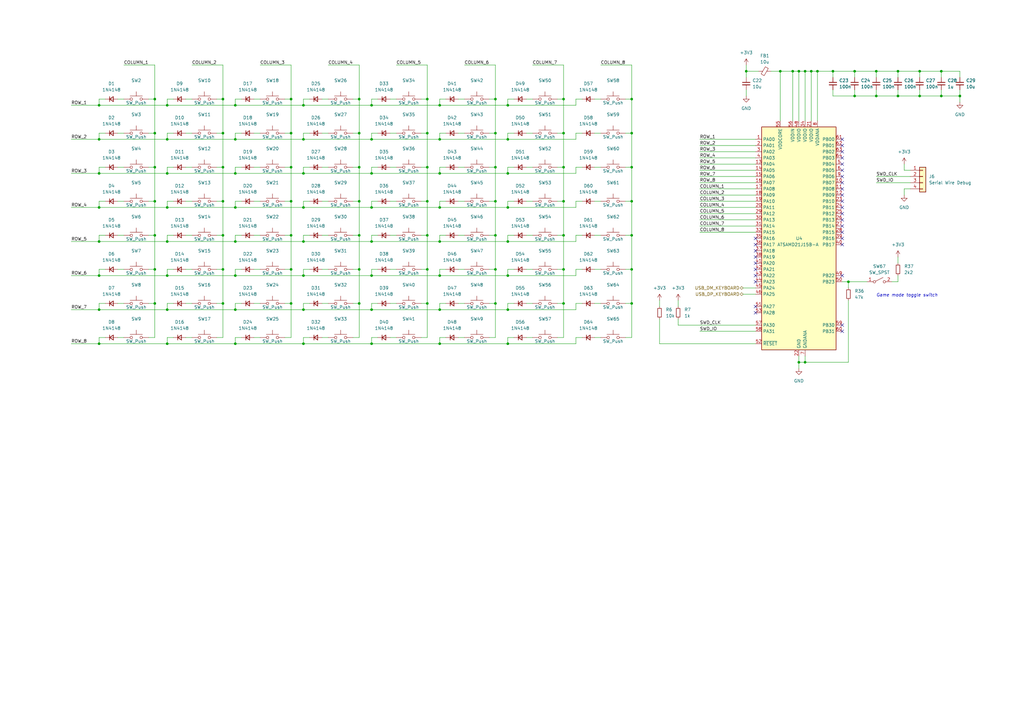
<source format=kicad_sch>
(kicad_sch (version 20211123) (generator eeschema)
  (paper "A3")
  (title_block (title "Fasanvej") (date "22.2.2022") (rev "1") (company "RISRES Ristila Research") (comment 1 "A handheld Linux computer designed by") (comment 4 "USB keyboard interface"))
  (junction (at 175.26 96.52))
  (junction (at 124.46 43.18))
  (junction (at 203.2 110.49))
  (junction (at 63.5 124.46))
  (junction (at 259.08 110.49))
  (junction (at 40.64 71.12))
  (junction (at 259.08 124.46))
  (junction (at 96.52 127))
  (junction (at 40.64 127))
  (junction (at 231.14 124.46))
  (junction (at 175.26 68.58))
  (junction (at 147.32 96.52))
  (junction (at 152.4 127))
  (junction (at 175.26 40.64))
  (junction (at 175.26 110.49))
  (junction (at 152.4 71.12))
  (junction (at 350.52 29.21))
  (junction (at 96.52 43.18))
  (junction (at 63.5 68.58))
  (junction (at 203.2 68.58))
  (junction (at 325.12 29.21))
  (junction (at 40.64 43.18))
  (junction (at 147.32 54.61))
  (junction (at 124.46 140.97))
  (junction (at 124.46 113.03))
  (junction (at 330.2 148.59))
  (junction (at 259.08 40.64))
  (junction (at 341.63 29.21))
  (junction (at 96.52 85.09))
  (junction (at 386.08 39.37))
  (junction (at 180.34 71.12))
  (junction (at 40.64 99.06))
  (junction (at 119.38 40.64))
  (junction (at 96.52 57.15))
  (junction (at 208.28 127))
  (junction (at 124.46 99.06))
  (junction (at 335.28 29.21))
  (junction (at 40.64 140.97))
  (junction (at 40.64 85.09))
  (junction (at 91.44 82.55))
  (junction (at 203.2 96.52))
  (junction (at 63.5 54.61))
  (junction (at 119.38 110.49))
  (junction (at 332.74 29.21))
  (junction (at 327.66 148.59))
  (junction (at 152.4 140.97))
  (junction (at 96.52 113.03))
  (junction (at 208.28 85.09))
  (junction (at 91.44 110.49))
  (junction (at 68.58 113.03))
  (junction (at 393.7 39.37))
  (junction (at 68.58 85.09))
  (junction (at 68.58 127))
  (junction (at 386.08 29.21))
  (junction (at 91.44 40.64))
  (junction (at 119.38 82.55))
  (junction (at 96.52 140.97))
  (junction (at 152.4 99.06))
  (junction (at 368.3 39.37))
  (junction (at 124.46 71.12))
  (junction (at 327.66 29.21))
  (junction (at 368.3 29.21))
  (junction (at 203.2 124.46))
  (junction (at 320.04 29.21))
  (junction (at 152.4 43.18))
  (junction (at 119.38 124.46))
  (junction (at 147.32 110.49))
  (junction (at 63.5 40.64))
  (junction (at 124.46 127))
  (junction (at 152.4 57.15))
  (junction (at 68.58 140.97))
  (junction (at 208.28 140.97))
  (junction (at 208.28 71.12))
  (junction (at 124.46 85.09))
  (junction (at 180.34 85.09))
  (junction (at 231.14 54.61))
  (junction (at 231.14 68.58))
  (junction (at 175.26 82.55))
  (junction (at 68.58 43.18))
  (junction (at 175.26 54.61))
  (junction (at 208.28 99.06))
  (junction (at 330.2 29.21))
  (junction (at 231.14 110.49))
  (junction (at 68.58 71.12))
  (junction (at 124.46 57.15))
  (junction (at 91.44 54.61))
  (junction (at 91.44 68.58))
  (junction (at 63.5 96.52))
  (junction (at 119.38 54.61))
  (junction (at 68.58 57.15))
  (junction (at 377.19 39.37))
  (junction (at 347.98 115.57))
  (junction (at 359.41 39.37))
  (junction (at 259.08 82.55))
  (junction (at 203.2 40.64))
  (junction (at 259.08 68.58))
  (junction (at 259.08 54.61))
  (junction (at 180.34 140.97))
  (junction (at 180.34 99.06))
  (junction (at 96.52 71.12))
  (junction (at 231.14 40.64))
  (junction (at 91.44 96.52))
  (junction (at 40.64 57.15))
  (junction (at 180.34 57.15))
  (junction (at 259.08 96.52))
  (junction (at 91.44 124.46))
  (junction (at 96.52 99.06))
  (junction (at 231.14 96.52))
  (junction (at 203.2 54.61))
  (junction (at 180.34 43.18))
  (junction (at 208.28 43.18))
  (junction (at 147.32 40.64))
  (junction (at 152.4 85.09))
  (junction (at 306.07 29.21))
  (junction (at 147.32 68.58))
  (junction (at 377.19 29.21))
  (junction (at 359.41 29.21))
  (junction (at 63.5 82.55))
  (junction (at 68.58 99.06))
  (junction (at 147.32 124.46))
  (junction (at 180.34 127))
  (junction (at 40.64 113.03))
  (junction (at 208.28 57.15))
  (junction (at 63.5 110.49))
  (junction (at 147.32 82.55))
  (junction (at 175.26 124.46))
  (junction (at 119.38 68.58))
  (junction (at 180.34 113.03))
  (junction (at 231.14 82.55))
  (junction (at 119.38 96.52))
  (junction (at 203.2 82.55))
  (junction (at 208.28 113.03))
  (junction (at 350.52 39.37))
  (junction (at 152.4 113.03))
  (no_connect (at 309.88 113.03))
  (no_connect (at 309.88 115.57))
  (no_connect (at 309.88 125.73))
  (no_connect (at 309.88 128.27))
  (no_connect (at 309.88 97.79))
  (no_connect (at 309.88 100.33))
  (no_connect (at 309.88 102.87))
  (no_connect (at 309.88 105.41))
  (no_connect (at 309.88 107.95))
  (no_connect (at 309.88 110.49))
  (no_connect (at 345.44 135.89))
  (no_connect (at 345.44 133.35))
  (no_connect (at 345.44 113.03))
  (no_connect (at 345.44 97.79))
  (no_connect (at 345.44 100.33))
  (no_connect (at 345.44 57.15))
  (no_connect (at 345.44 59.69))
  (no_connect (at 345.44 62.23))
  (no_connect (at 345.44 64.77))
  (no_connect (at 345.44 67.31))
  (no_connect (at 345.44 69.85))
  (no_connect (at 345.44 72.39))
  (no_connect (at 345.44 74.93))
  (no_connect (at 345.44 77.47))
  (no_connect (at 345.44 80.01))
  (no_connect (at 345.44 82.55))
  (no_connect (at 345.44 85.09))
  (no_connect (at 345.44 87.63))
  (no_connect (at 345.44 90.17))
  (no_connect (at 345.44 92.71))
  (no_connect (at 345.44 95.25))
  (wire (pts (xy 124.46 124.46) (xy 124.46 127)))
  (wire (pts (xy 43.18 54.61) (xy 40.64 54.61)))
  (wire (pts (xy 327.66 29.21) (xy 327.66 49.53)))
  (wire (pts (xy 96.52 68.58) (xy 96.52 71.12)))
  (wire (pts (xy 116.84 54.61) (xy 119.38 54.61)))
  (wire (pts (xy 182.88 82.55) (xy 180.34 82.55)))
  (wire (pts (xy 124.46 99.06) (xy 152.4 99.06)))
  (wire (pts (xy 40.64 140.97) (xy 68.58 140.97)))
  (wire (pts (xy 96.52 140.97) (xy 124.46 140.97)))
  (wire (pts (xy 370.84 77.47) (xy 373.38 77.47)))
  (wire (pts (xy 215.9 124.46) (xy 218.44 124.46)))
  (wire (pts (xy 127 124.46) (xy 124.46 124.46)))
  (wire (pts (xy 40.64 43.18) (xy 68.58 43.18)))
  (wire (pts (xy 208.28 140.97) (xy 236.22 140.97)))
  (wire (pts (xy 160.02 124.46) (xy 162.56 124.46)))
  (wire (pts (xy 132.08 54.61) (xy 134.62 54.61)))
  (wire (pts (xy 96.52 71.12) (xy 124.46 71.12)))
  (wire (pts (xy 147.32 110.49) (xy 147.32 124.46)))
  (wire (pts (xy 180.34 99.06) (xy 208.28 99.06)))
  (wire (pts (xy 256.54 96.52) (xy 259.08 96.52)))
  (wire (pts (xy 119.38 110.49) (xy 119.38 124.46)))
  (wire (pts (xy 175.26 138.43) (xy 172.72 138.43)))
  (wire (pts (xy 43.18 138.43) (xy 40.64 138.43)))
  (wire (pts (xy 231.14 110.49) (xy 231.14 124.46)))
  (wire (pts (xy 256.54 40.64) (xy 259.08 40.64)))
  (wire (pts (xy 287.02 69.85) (xy 309.88 69.85)))
  (wire (pts (xy 368.3 29.21) (xy 368.3 31.75)))
  (wire (pts (xy 368.3 39.37) (xy 377.19 39.37)))
  (wire (pts (xy 330.2 29.21) (xy 330.2 49.53)))
  (wire (pts (xy 259.08 110.49) (xy 259.08 124.46)))
  (wire (pts (xy 287.02 62.23) (xy 309.88 62.23)))
  (wire (pts (xy 172.72 40.64) (xy 175.26 40.64)))
  (wire (pts (xy 124.46 57.15) (xy 152.4 57.15)))
  (wire (pts (xy 203.2 40.64) (xy 203.2 54.61)))
  (wire (pts (xy 208.28 82.55) (xy 208.28 85.09)))
  (wire (pts (xy 304.8 120.65) (xy 309.88 120.65)))
  (wire (pts (xy 154.94 68.58) (xy 152.4 68.58)))
  (wire (pts (xy 243.84 82.55) (xy 246.38 82.55)))
  (wire (pts (xy 208.28 99.06) (xy 236.22 99.06)))
  (wire (pts (xy 187.96 96.52) (xy 190.5 96.52)))
  (wire (pts (xy 341.63 39.37) (xy 350.52 39.37)))
  (wire (pts (xy 29.21 57.15) (xy 40.64 57.15)))
  (wire (pts (xy 368.3 105.41) (xy 368.3 107.95)))
  (wire (pts (xy 393.7 31.75) (xy 393.7 29.21)))
  (wire (pts (xy 63.5 26.67) (xy 63.5 40.64)))
  (wire (pts (xy 99.06 138.43) (xy 96.52 138.43)))
  (wire (pts (xy 238.76 68.58) (xy 236.22 68.58)))
  (wire (pts (xy 236.22 54.61) (xy 236.22 57.15)))
  (wire (pts (xy 215.9 138.43) (xy 218.44 138.43)))
  (wire (pts (xy 359.41 29.21) (xy 350.52 29.21)))
  (wire (pts (xy 162.56 26.67) (xy 175.26 26.67)))
  (wire (pts (xy 236.22 96.52) (xy 236.22 99.06)))
  (wire (pts (xy 190.5 26.67) (xy 203.2 26.67)))
  (wire (pts (xy 287.02 64.77) (xy 309.88 64.77)))
  (wire (pts (xy 40.64 54.61) (xy 40.64 57.15)))
  (wire (pts (xy 180.34 57.15) (xy 208.28 57.15)))
  (wire (pts (xy 238.76 96.52) (xy 236.22 96.52)))
  (wire (pts (xy 154.94 82.55) (xy 152.4 82.55)))
  (wire (pts (xy 208.28 68.58) (xy 208.28 71.12)))
  (wire (pts (xy 208.28 40.64) (xy 208.28 43.18)))
  (wire (pts (xy 182.88 110.49) (xy 180.34 110.49)))
  (wire (pts (xy 127 96.52) (xy 124.46 96.52)))
  (wire (pts (xy 231.14 54.61) (xy 231.14 68.58)))
  (wire (pts (xy 78.74 26.67) (xy 91.44 26.67)))
  (wire (pts (xy 236.22 82.55) (xy 236.22 85.09)))
  (wire (pts (xy 259.08 138.43) (xy 256.54 138.43)))
  (wire (pts (xy 99.06 54.61) (xy 96.52 54.61)))
  (wire (pts (xy 60.96 96.52) (xy 63.5 96.52)))
  (wire (pts (xy 335.28 29.21) (xy 335.28 49.53)))
  (wire (pts (xy 50.8 26.67) (xy 63.5 26.67)))
  (wire (pts (xy 132.08 68.58) (xy 134.62 68.58)))
  (wire (pts (xy 203.2 26.67) (xy 203.2 40.64)))
  (wire (pts (xy 76.2 110.49) (xy 78.74 110.49)))
  (wire (pts (xy 180.34 110.49) (xy 180.34 113.03)))
  (wire (pts (xy 99.06 40.64) (xy 96.52 40.64)))
  (wire (pts (xy 152.4 113.03) (xy 180.34 113.03)))
  (wire (pts (xy 210.82 82.55) (xy 208.28 82.55)))
  (wire (pts (xy 63.5 40.64) (xy 63.5 54.61)))
  (wire (pts (xy 287.02 135.89) (xy 309.88 135.89)))
  (wire (pts (xy 172.72 68.58) (xy 175.26 68.58)))
  (wire (pts (xy 68.58 43.18) (xy 96.52 43.18)))
  (wire (pts (xy 259.08 82.55) (xy 259.08 96.52)))
  (wire (pts (xy 259.08 40.64) (xy 259.08 54.61)))
  (wire (pts (xy 106.68 26.67) (xy 119.38 26.67)))
  (wire (pts (xy 236.22 40.64) (xy 236.22 43.18)))
  (wire (pts (xy 228.6 82.55) (xy 231.14 82.55)))
  (wire (pts (xy 368.3 115.57) (xy 368.3 113.03)))
  (wire (pts (xy 160.02 96.52) (xy 162.56 96.52)))
  (wire (pts (xy 29.21 127) (xy 40.64 127)))
  (wire (pts (xy 29.21 99.06) (xy 40.64 99.06)))
  (wire (pts (xy 63.5 68.58) (xy 63.5 82.55)))
  (wire (pts (xy 132.08 96.52) (xy 134.62 96.52)))
  (wire (pts (xy 68.58 113.03) (xy 96.52 113.03)))
  (wire (pts (xy 63.5 96.52) (xy 63.5 110.49)))
  (wire (pts (xy 316.23 29.21) (xy 320.04 29.21)))
  (wire (pts (xy 243.84 124.46) (xy 246.38 124.46)))
  (wire (pts (xy 325.12 29.21) (xy 325.12 49.53)))
  (wire (pts (xy 287.02 85.09) (xy 309.88 85.09)))
  (wire (pts (xy 350.52 39.37) (xy 359.41 39.37)))
  (wire (pts (xy 208.28 124.46) (xy 208.28 127)))
  (wire (pts (xy 200.66 124.46) (xy 203.2 124.46)))
  (wire (pts (xy 40.64 82.55) (xy 40.64 85.09)))
  (wire (pts (xy 330.2 148.59) (xy 327.66 148.59)))
  (wire (pts (xy 119.38 96.52) (xy 119.38 110.49)))
  (wire (pts (xy 208.28 71.12) (xy 236.22 71.12)))
  (wire (pts (xy 203.2 54.61) (xy 203.2 68.58)))
  (wire (pts (xy 71.12 124.46) (xy 68.58 124.46)))
  (wire (pts (xy 306.07 26.67) (xy 306.07 29.21)))
  (wire (pts (xy 29.21 113.03) (xy 40.64 113.03)))
  (wire (pts (xy 43.18 96.52) (xy 40.64 96.52)))
  (wire (pts (xy 359.41 36.83) (xy 359.41 39.37)))
  (wire (pts (xy 127 138.43) (xy 124.46 138.43)))
  (wire (pts (xy 60.96 82.55) (xy 63.5 82.55)))
  (wire (pts (xy 215.9 110.49) (xy 218.44 110.49)))
  (wire (pts (xy 259.08 54.61) (xy 259.08 68.58)))
  (wire (pts (xy 172.72 124.46) (xy 175.26 124.46)))
  (wire (pts (xy 236.22 110.49) (xy 236.22 113.03)))
  (wire (pts (xy 116.84 96.52) (xy 119.38 96.52)))
  (wire (pts (xy 144.78 124.46) (xy 147.32 124.46)))
  (wire (pts (xy 210.82 40.64) (xy 208.28 40.64)))
  (wire (pts (xy 341.63 36.83) (xy 341.63 39.37)))
  (wire (pts (xy 43.18 40.64) (xy 40.64 40.64)))
  (wire (pts (xy 386.08 39.37) (xy 393.7 39.37)))
  (wire (pts (xy 236.22 124.46) (xy 236.22 127)))
  (wire (pts (xy 132.08 138.43) (xy 134.62 138.43)))
  (wire (pts (xy 238.76 82.55) (xy 236.22 82.55)))
  (wire (pts (xy 48.26 40.64) (xy 50.8 40.64)))
  (wire (pts (xy 238.76 124.46) (xy 236.22 124.46)))
  (wire (pts (xy 144.78 54.61) (xy 147.32 54.61)))
  (wire (pts (xy 124.46 113.03) (xy 152.4 113.03)))
  (wire (pts (xy 208.28 113.03) (xy 236.22 113.03)))
  (wire (pts (xy 152.4 40.64) (xy 152.4 43.18)))
  (wire (pts (xy 40.64 96.52) (xy 40.64 99.06)))
  (wire (pts (xy 68.58 85.09) (xy 96.52 85.09)))
  (wire (pts (xy 48.26 54.61) (xy 50.8 54.61)))
  (wire (pts (xy 144.78 40.64) (xy 147.32 40.64)))
  (wire (pts (xy 278.13 123.19) (xy 278.13 125.73)))
  (wire (pts (xy 119.38 138.43) (xy 116.84 138.43)))
  (wire (pts (xy 327.66 29.21) (xy 325.12 29.21)))
  (wire (pts (xy 259.08 124.46) (xy 259.08 138.43)))
  (wire (pts (xy 96.52 85.09) (xy 124.46 85.09)))
  (wire (pts (xy 210.82 110.49) (xy 208.28 110.49)))
  (wire (pts (xy 99.06 110.49) (xy 96.52 110.49)))
  (wire (pts (xy 327.66 146.05) (xy 327.66 148.59)))
  (wire (pts (xy 91.44 124.46) (xy 91.44 138.43)))
  (wire (pts (xy 116.84 68.58) (xy 119.38 68.58)))
  (wire (pts (xy 71.12 110.49) (xy 68.58 110.49)))
  (wire (pts (xy 68.58 54.61) (xy 68.58 57.15)))
  (wire (pts (xy 68.58 127) (xy 96.52 127)))
  (wire (pts (xy 40.64 68.58) (xy 40.64 71.12)))
  (wire (pts (xy 182.88 68.58) (xy 180.34 68.58)))
  (wire (pts (xy 180.34 96.52) (xy 180.34 99.06)))
  (wire (pts (xy 203.2 68.58) (xy 203.2 82.55)))
  (wire (pts (xy 180.34 68.58) (xy 180.34 71.12)))
  (wire (pts (xy 175.26 40.64) (xy 175.26 54.61)))
  (wire (pts (xy 147.32 54.61) (xy 147.32 68.58)))
  (wire (pts (xy 228.6 124.46) (xy 231.14 124.46)))
  (wire (pts (xy 96.52 43.18) (xy 124.46 43.18)))
  (wire (pts (xy 154.94 124.46) (xy 152.4 124.46)))
  (wire (pts (xy 182.88 54.61) (xy 180.34 54.61)))
  (wire (pts (xy 68.58 82.55) (xy 68.58 85.09)))
  (wire (pts (xy 287.02 90.17) (xy 309.88 90.17)))
  (wire (pts (xy 63.5 110.49) (xy 63.5 124.46)))
  (wire (pts (xy 228.6 110.49) (xy 231.14 110.49)))
  (wire (pts (xy 203.2 110.49) (xy 203.2 124.46)))
  (wire (pts (xy 104.14 54.61) (xy 106.68 54.61)))
  (wire (pts (xy 287.02 87.63) (xy 309.88 87.63)))
  (wire (pts (xy 256.54 82.55) (xy 259.08 82.55)))
  (wire (pts (xy 175.26 96.52) (xy 175.26 110.49)))
  (wire (pts (xy 119.38 68.58) (xy 119.38 82.55)))
  (wire (pts (xy 96.52 124.46) (xy 96.52 127)))
  (wire (pts (xy 68.58 71.12) (xy 96.52 71.12)))
  (wire (pts (xy 160.02 40.64) (xy 162.56 40.64)))
  (wire (pts (xy 304.8 118.11) (xy 309.88 118.11)))
  (wire (pts (xy 270.51 123.19) (xy 270.51 125.73)))
  (wire (pts (xy 152.4 138.43) (xy 152.4 140.97)))
  (wire (pts (xy 259.08 96.52) (xy 259.08 110.49)))
  (wire (pts (xy 231.14 82.55) (xy 231.14 96.52)))
  (wire (pts (xy 243.84 138.43) (xy 246.38 138.43)))
  (wire (pts (xy 63.5 54.61) (xy 63.5 68.58)))
  (wire (pts (xy 210.82 124.46) (xy 208.28 124.46)))
  (wire (pts (xy 332.74 29.21) (xy 332.74 49.53)))
  (wire (pts (xy 152.4 96.52) (xy 152.4 99.06)))
  (wire (pts (xy 287.02 59.69) (xy 309.88 59.69)))
  (wire (pts (xy 144.78 68.58) (xy 147.32 68.58)))
  (wire (pts (xy 152.4 43.18) (xy 180.34 43.18)))
  (wire (pts (xy 48.26 68.58) (xy 50.8 68.58)))
  (wire (pts (xy 152.4 99.06) (xy 180.34 99.06)))
  (wire (pts (xy 104.14 96.52) (xy 106.68 96.52)))
  (wire (pts (xy 180.34 40.64) (xy 180.34 43.18)))
  (wire (pts (xy 306.07 36.83) (xy 306.07 39.37)))
  (wire (pts (xy 119.38 82.55) (xy 119.38 96.52)))
  (wire (pts (xy 132.08 82.55) (xy 134.62 82.55)))
  (wire (pts (xy 68.58 140.97) (xy 96.52 140.97)))
  (wire (pts (xy 144.78 110.49) (xy 147.32 110.49)))
  (wire (pts (xy 96.52 40.64) (xy 96.52 43.18)))
  (wire (pts (xy 88.9 68.58) (xy 91.44 68.58)))
  (wire (pts (xy 287.02 67.31) (xy 309.88 67.31)))
  (wire (pts (xy 99.06 96.52) (xy 96.52 96.52)))
  (wire (pts (xy 200.66 40.64) (xy 203.2 40.64)))
  (wire (pts (xy 259.08 68.58) (xy 259.08 82.55)))
  (wire (pts (xy 172.72 54.61) (xy 175.26 54.61)))
  (wire (pts (xy 335.28 29.21) (xy 332.74 29.21)))
  (wire (pts (xy 104.14 82.55) (xy 106.68 82.55)))
  (wire (pts (xy 60.96 54.61) (xy 63.5 54.61)))
  (wire (pts (xy 152.4 85.09) (xy 180.34 85.09)))
  (wire (pts (xy 40.64 40.64) (xy 40.64 43.18)))
  (wire (pts (xy 236.22 68.58) (xy 236.22 71.12)))
  (wire (pts (xy 175.26 124.46) (xy 175.26 138.43)))
  (wire (pts (xy 60.96 110.49) (xy 63.5 110.49)))
  (wire (pts (xy 215.9 96.52) (xy 218.44 96.52)))
  (wire (pts (xy 40.64 127) (xy 68.58 127)))
  (wire (pts (xy 203.2 124.46) (xy 203.2 138.43)))
  (wire (pts (xy 43.18 110.49) (xy 40.64 110.49)))
  (wire (pts (xy 29.21 43.18) (xy 40.64 43.18)))
  (wire (pts (xy 200.66 82.55) (xy 203.2 82.55)))
  (wire (pts (xy 119.38 40.64) (xy 119.38 54.61)))
  (wire (pts (xy 270.51 130.81) (xy 270.51 140.97)))
  (wire (pts (xy 393.7 29.21) (xy 386.08 29.21)))
  (wire (pts (xy 154.94 110.49) (xy 152.4 110.49)))
  (wire (pts (xy 187.96 68.58) (xy 190.5 68.58)))
  (wire (pts (xy 175.26 110.49) (xy 175.26 124.46)))
  (wire (pts (xy 104.14 124.46) (xy 106.68 124.46)))
  (wire (pts (xy 91.44 96.52) (xy 91.44 110.49)))
  (wire (pts (xy 144.78 96.52) (xy 147.32 96.52)))
  (wire (pts (xy 88.9 40.64) (xy 91.44 40.64)))
  (wire (pts (xy 40.64 124.46) (xy 40.64 127)))
  (wire (pts (xy 175.26 26.67) (xy 175.26 40.64)))
  (wire (pts (xy 104.14 138.43) (xy 106.68 138.43)))
  (wire (pts (xy 370.84 69.85) (xy 373.38 69.85)))
  (wire (pts (xy 238.76 40.64) (xy 236.22 40.64)))
  (wire (pts (xy 76.2 124.46) (xy 78.74 124.46)))
  (wire (pts (xy 160.02 82.55) (xy 162.56 82.55)))
  (wire (pts (xy 370.84 80.01) (xy 370.84 77.47)))
  (wire (pts (xy 377.19 29.21) (xy 377.19 31.75)))
  (wire (pts (xy 124.46 54.61) (xy 124.46 57.15)))
  (wire (pts (xy 287.02 92.71) (xy 309.88 92.71)))
  (wire (pts (xy 187.96 138.43) (xy 190.5 138.43)))
  (wire (pts (xy 116.84 82.55) (xy 119.38 82.55)))
  (wire (pts (xy 147.32 138.43) (xy 144.78 138.43)))
  (wire (pts (xy 132.08 124.46) (xy 134.62 124.46)))
  (wire (pts (xy 124.46 127) (xy 152.4 127)))
  (wire (pts (xy 104.14 68.58) (xy 106.68 68.58)))
  (wire (pts (xy 119.38 54.61) (xy 119.38 68.58)))
  (wire (pts (xy 116.84 110.49) (xy 119.38 110.49)))
  (wire (pts (xy 228.6 68.58) (xy 231.14 68.58)))
  (wire (pts (xy 147.32 124.46) (xy 147.32 138.43)))
  (wire (pts (xy 160.02 68.58) (xy 162.56 68.58)))
  (wire (pts (xy 68.58 99.06) (xy 96.52 99.06)))
  (wire (pts (xy 71.12 82.55) (xy 68.58 82.55)))
  (wire (pts (xy 256.54 54.61) (xy 259.08 54.61)))
  (wire (pts (xy 134.62 26.67) (xy 147.32 26.67)))
  (wire (pts (xy 215.9 40.64) (xy 218.44 40.64)))
  (wire (pts (xy 350.52 29.21) (xy 341.63 29.21)))
  (wire (pts (xy 96.52 57.15) (xy 124.46 57.15)))
  (wire (pts (xy 180.34 140.97) (xy 208.28 140.97)))
  (wire (pts (xy 104.14 110.49) (xy 106.68 110.49)))
  (wire (pts (xy 152.4 140.97) (xy 180.34 140.97)))
  (wire (pts (xy 208.28 127) (xy 236.22 127)))
  (wire (pts (xy 359.41 74.93) (xy 373.38 74.93)))
  (wire (pts (xy 182.88 40.64) (xy 180.34 40.64)))
  (wire (pts (xy 210.82 68.58) (xy 208.28 68.58)))
  (wire (pts (xy 377.19 39.37) (xy 386.08 39.37)))
  (wire (pts (xy 71.12 96.52) (xy 68.58 96.52)))
  (wire (pts (xy 287.02 74.93) (xy 309.88 74.93)))
  (wire (pts (xy 187.96 124.46) (xy 190.5 124.46)))
  (wire (pts (xy 147.32 96.52) (xy 147.32 110.49)))
  (wire (pts (xy 132.08 110.49) (xy 134.62 110.49)))
  (wire (pts (xy 154.94 96.52) (xy 152.4 96.52)))
  (wire (pts (xy 154.94 54.61) (xy 152.4 54.61)))
  (wire (pts (xy 180.34 43.18) (xy 208.28 43.18)))
  (wire (pts (xy 29.21 71.12) (xy 40.64 71.12)))
  (wire (pts (xy 200.66 68.58) (xy 203.2 68.58)))
  (wire (pts (xy 68.58 138.43) (xy 68.58 140.97)))
  (wire (pts (xy 246.38 26.67) (xy 259.08 26.67)))
  (wire (pts (xy 180.34 113.03) (xy 208.28 113.03)))
  (wire (pts (xy 187.96 40.64) (xy 190.5 40.64)))
  (wire (pts (xy 63.5 138.43) (xy 60.96 138.43)))
  (wire (pts (xy 368.3 36.83) (xy 368.3 39.37)))
  (wire (pts (xy 187.96 82.55) (xy 190.5 82.55)))
  (wire (pts (xy 231.14 124.46) (xy 231.14 138.43)))
  (wire (pts (xy 127 68.58) (xy 124.46 68.58)))
  (wire (pts (xy 96.52 82.55) (xy 96.52 85.09)))
  (wire (pts (xy 208.28 96.52) (xy 208.28 99.06)))
  (wire (pts (xy 152.4 68.58) (xy 152.4 71.12)))
  (wire (pts (xy 200.66 96.52) (xy 203.2 96.52)))
  (wire (pts (xy 256.54 110.49) (xy 259.08 110.49)))
  (wire (pts (xy 203.2 82.55) (xy 203.2 96.52)))
  (wire (pts (xy 99.06 68.58) (xy 96.52 68.58)))
  (wire (pts (xy 96.52 138.43) (xy 96.52 140.97)))
  (wire (pts (xy 278.13 130.81) (xy 278.13 133.35)))
  (wire (pts (xy 208.28 85.09) (xy 236.22 85.09)))
  (wire (pts (xy 243.84 96.52) (xy 246.38 96.52)))
  (wire (pts (xy 68.58 110.49) (xy 68.58 113.03)))
  (wire (pts (xy 91.44 138.43) (xy 88.9 138.43)))
  (wire (pts (xy 182.88 124.46) (xy 180.34 124.46)))
  (wire (pts (xy 259.08 26.67) (xy 259.08 40.64)))
  (wire (pts (xy 88.9 96.52) (xy 91.44 96.52)))
  (wire (pts (xy 306.07 29.21) (xy 311.15 29.21)))
  (wire (pts (xy 393.7 39.37) (xy 393.7 41.91)))
  (wire (pts (xy 180.34 124.46) (xy 180.34 127)))
  (wire (pts (xy 160.02 54.61) (xy 162.56 54.61)))
  (wire (pts (xy 76.2 54.61) (xy 78.74 54.61)))
  (wire (pts (xy 327.66 148.59) (xy 327.66 151.13)))
  (wire (pts (xy 228.6 96.52) (xy 231.14 96.52)))
  (wire (pts (xy 124.46 140.97) (xy 152.4 140.97)))
  (wire (pts (xy 127 82.55) (xy 124.46 82.55)))
  (wire (pts (xy 350.52 29.21) (xy 350.52 31.75)))
  (wire (pts (xy 347.98 115.57) (xy 355.6 115.57)))
  (wire (pts (xy 238.76 110.49) (xy 236.22 110.49)))
  (wire (pts (xy 231.14 40.64) (xy 231.14 54.61)))
  (wire (pts (xy 256.54 68.58) (xy 259.08 68.58)))
  (wire (pts (xy 68.58 96.52) (xy 68.58 99.06)))
  (wire (pts (xy 330.2 29.21) (xy 327.66 29.21)))
  (wire (pts (xy 208.28 54.61) (xy 208.28 57.15)))
  (wire (pts (xy 243.84 68.58) (xy 246.38 68.58)))
  (wire (pts (xy 160.02 138.43) (xy 162.56 138.43)))
  (wire (pts (xy 278.13 133.35) (xy 309.88 133.35)))
  (wire (pts (xy 63.5 124.46) (xy 63.5 138.43)))
  (wire (pts (xy 154.94 138.43) (xy 152.4 138.43)))
  (wire (pts (xy 96.52 54.61) (xy 96.52 57.15)))
  (wire (pts (xy 96.52 96.52) (xy 96.52 99.06)))
  (wire (pts (xy 175.26 82.55) (xy 175.26 96.52)))
  (wire (pts (xy 359.41 72.39) (xy 373.38 72.39)))
  (wire (pts (xy 172.72 82.55) (xy 175.26 82.55)))
  (wire (pts (xy 154.94 40.64) (xy 152.4 40.64)))
  (wire (pts (xy 71.12 54.61) (xy 68.58 54.61)))
  (wire (pts (xy 180.34 54.61) (xy 180.34 57.15)))
  (wire (pts (xy 147.32 68.58) (xy 147.32 82.55)))
  (wire (pts (xy 40.64 71.12) (xy 68.58 71.12)))
  (wire (pts (xy 48.26 124.46) (xy 50.8 124.46)))
  (wire (pts (xy 175.26 54.61) (xy 175.26 68.58)))
  (wire (pts (xy 76.2 40.64) (xy 78.74 40.64)))
  (wire (pts (xy 152.4 82.55) (xy 152.4 85.09)))
  (wire (pts (xy 200.66 54.61) (xy 203.2 54.61)))
  (wire (pts (xy 200.66 110.49) (xy 203.2 110.49)))
  (wire (pts (xy 147.32 82.55) (xy 147.32 96.52)))
  (wire (pts (xy 152.4 57.15) (xy 180.34 57.15)))
  (wire (pts (xy 119.38 124.46) (xy 119.38 138.43)))
  (wire (pts (xy 287.02 72.39) (xy 309.88 72.39)))
  (wire (pts (xy 218.44 26.67) (xy 231.14 26.67)))
  (wire (pts (xy 147.32 26.67) (xy 147.32 40.64)))
  (wire (pts (xy 96.52 127) (xy 124.46 127)))
  (wire (pts (xy 208.28 138.43) (xy 208.28 140.97)))
  (wire (pts (xy 215.9 68.58) (xy 218.44 68.58)))
  (wire (pts (xy 347.98 123.19) (xy 347.98 148.59)))
  (wire (pts (xy 147.32 40.64) (xy 147.32 54.61)))
  (wire (pts (xy 182.88 138.43) (xy 180.34 138.43)))
  (wire (pts (xy 40.64 85.09) (xy 68.58 85.09)))
  (wire (pts (xy 347.98 148.59) (xy 330.2 148.59)))
  (wire (pts (xy 393.7 36.83) (xy 393.7 39.37)))
  (wire (pts (xy 350.52 36.83) (xy 350.52 39.37)))
  (wire (pts (xy 96.52 113.03) (xy 124.46 113.03)))
  (wire (pts (xy 210.82 138.43) (xy 208.28 138.43)))
  (wire (pts (xy 124.46 40.64) (xy 124.46 43.18)))
  (wire (pts (xy 124.46 82.55) (xy 124.46 85.09)))
  (wire (pts (xy 152.4 71.12) (xy 180.34 71.12)))
  (wire (pts (xy 152.4 127) (xy 180.34 127)))
  (wire (pts (xy 236.22 138.43) (xy 236.22 140.97)))
  (wire (pts (xy 48.26 82.55) (xy 50.8 82.55)))
  (wire (pts (xy 96.52 99.06) (xy 124.46 99.06)))
  (wire (pts (xy 210.82 96.52) (xy 208.28 96.52)))
  (wire (pts (xy 359.41 39.37) (xy 368.3 39.37)))
  (wire (pts (xy 91.44 26.67) (xy 91.44 40.64)))
  (wire (pts (xy 116.84 124.46) (xy 119.38 124.46)))
  (wire (pts (xy 71.12 138.43) (xy 68.58 138.43)))
  (wire (pts (xy 48.26 110.49) (xy 50.8 110.49)))
  (wire (pts (xy 48.26 96.52) (xy 50.8 96.52)))
  (wire (pts (xy 91.44 40.64) (xy 91.44 54.61)))
  (wire (pts (xy 287.02 82.55) (xy 309.88 82.55)))
  (wire (pts (xy 71.12 68.58) (xy 68.58 68.58)))
  (wire (pts (xy 287.02 95.25) (xy 309.88 95.25)))
  (wire (pts (xy 127 40.64) (xy 124.46 40.64)))
  (wire (pts (xy 124.46 68.58) (xy 124.46 71.12)))
  (wire (pts (xy 208.28 57.15) (xy 236.22 57.15)))
  (wire (pts (xy 68.58 40.64) (xy 68.58 43.18)))
  (wire (pts (xy 180.34 71.12) (xy 208.28 71.12)))
  (wire (pts (xy 124.46 43.18) (xy 152.4 43.18)))
  (wire (pts (xy 124.46 96.52) (xy 124.46 99.06)))
  (wire (pts (xy 43.18 124.46) (xy 40.64 124.46)))
  (wire (pts (xy 63.5 82.55) (xy 63.5 96.52)))
  (wire (pts (xy 71.12 40.64) (xy 68.58 40.64)))
  (wire (pts (xy 43.18 68.58) (xy 40.64 68.58)))
  (wire (pts (xy 287.02 57.15) (xy 309.88 57.15)))
  (wire (pts (xy 377.19 36.83) (xy 377.19 39.37)))
  (wire (pts (xy 256.54 124.46) (xy 259.08 124.46)))
  (wire (pts (xy 325.12 29.21) (xy 320.04 29.21)))
  (wire (pts (xy 40.64 110.49) (xy 40.64 113.03)))
  (wire (pts (xy 124.46 138.43) (xy 124.46 140.97)))
  (wire (pts (xy 341.63 29.21) (xy 341.63 31.75)))
  (wire (pts (xy 210.82 54.61) (xy 208.28 54.61)))
  (wire (pts (xy 99.06 124.46) (xy 96.52 124.46)))
  (wire (pts (xy 48.26 138.43) (xy 50.8 138.43)))
  (wire (pts (xy 91.44 54.61) (xy 91.44 68.58)))
  (wire (pts (xy 60.96 124.46) (xy 63.5 124.46)))
  (wire (pts (xy 99.06 82.55) (xy 96.52 82.55)))
  (wire (pts (xy 208.28 110.49) (xy 208.28 113.03)))
  (wire (pts (xy 180.34 127) (xy 208.28 127)))
  (wire (pts (xy 345.44 115.57) (xy 347.98 115.57)))
  (wire (pts (xy 287.02 77.47) (xy 309.88 77.47)))
  (wire (pts (xy 76.2 82.55) (xy 78.74 82.55)))
  (wire (pts (xy 231.14 68.58) (xy 231.14 82.55)))
  (wire (pts (xy 231.14 26.67) (xy 231.14 40.64)))
  (wire (pts (xy 172.72 110.49) (xy 175.26 110.49)))
  (wire (pts (xy 88.9 54.61) (xy 91.44 54.61)))
  (wire (pts (xy 29.21 85.09) (xy 40.64 85.09)))
  (wire (pts (xy 203.2 138.43) (xy 200.66 138.43)))
  (wire (pts (xy 40.64 99.06) (xy 68.58 99.06)))
  (wire (pts (xy 40.64 138.43) (xy 40.64 140.97)))
  (wire (pts (xy 365.76 115.57) (xy 368.3 115.57)))
  (wire (pts (xy 68.58 124.46) (xy 68.58 127)))
  (wire (pts (xy 182.88 96.52) (xy 180.34 96.52)))
  (wire (pts (xy 40.64 113.03) (xy 68.58 113.03)))
  (wire (pts (xy 76.2 138.43) (xy 78.74 138.43)))
  (wire (pts (xy 231.14 96.52) (xy 231.14 110.49)))
  (wire (pts (xy 60.96 68.58) (xy 63.5 68.58)))
  (wire (pts (xy 119.38 26.67) (xy 119.38 40.64)))
  (wire (pts (xy 152.4 54.61) (xy 152.4 57.15)))
  (wire (pts (xy 76.2 68.58) (xy 78.74 68.58)))
  (wire (pts (xy 231.14 138.43) (xy 228.6 138.43)))
  (wire (pts (xy 88.9 82.55) (xy 91.44 82.55)))
  (wire (pts (xy 215.9 54.61) (xy 218.44 54.61)))
  (wire (pts (xy 238.76 54.61) (xy 236.22 54.61)))
  (wire (pts (xy 306.07 31.75) (xy 306.07 29.21)))
  (wire (pts (xy 40.64 57.15) (xy 68.58 57.15)))
  (wire (pts (xy 96.52 110.49) (xy 96.52 113.03)))
  (wire (pts (xy 238.76 138.43) (xy 236.22 138.43)))
  (wire (pts (xy 341.63 29.21) (xy 335.28 29.21)))
  (wire (pts (xy 180.34 82.55) (xy 180.34 85.09)))
  (wire (pts (xy 68.58 68.58) (xy 68.58 71.12)))
  (wire (pts (xy 243.84 54.61) (xy 246.38 54.61)))
  (wire (pts (xy 386.08 36.83) (xy 386.08 39.37)))
  (wire (pts (xy 359.41 29.21) (xy 359.41 31.75)))
  (wire (pts (xy 68.58 57.15) (xy 96.52 57.15)))
  (wire (pts (xy 88.9 124.46) (xy 91.44 124.46)))
  (wire (pts (xy 386.08 29.21) (xy 377.19 29.21)))
  (wire (pts (xy 91.44 68.58) (xy 91.44 82.55)))
  (wire (pts (xy 243.84 40.64) (xy 246.38 40.64)))
  (wire (pts (xy 377.19 29.21) (xy 368.3 29.21)))
  (wire (pts (xy 187.96 110.49) (xy 190.5 110.49)))
  (wire (pts (xy 144.78 82.55) (xy 147.32 82.55)))
  (wire (pts (xy 91.44 110.49) (xy 91.44 124.46)))
  (wire (pts (xy 152.4 110.49) (xy 152.4 113.03)))
  (wire (pts (xy 180.34 138.43) (xy 180.34 140.97)))
  (wire (pts (xy 215.9 82.55) (xy 218.44 82.55)))
  (wire (pts (xy 368.3 29.21) (xy 359.41 29.21)))
  (wire (pts (xy 228.6 40.64) (xy 231.14 40.64)))
  (wire (pts (xy 228.6 54.61) (xy 231.14 54.61)))
  (wire (pts (xy 208.28 43.18) (xy 236.22 43.18)))
  (wire (pts (xy 347.98 115.57) (xy 347.98 118.11)))
  (wire (pts (xy 152.4 124.46) (xy 152.4 127)))
  (wire (pts (xy 124.46 85.09) (xy 152.4 85.09)))
  (wire (pts (xy 287.02 80.01) (xy 309.88 80.01)))
  (wire (pts (xy 243.84 110.49) (xy 246.38 110.49)))
  (wire (pts (xy 320.04 29.21) (xy 320.04 49.53)))
  (wire (pts (xy 132.08 40.64) (xy 134.62 40.64)))
  (wire (pts (xy 270.51 140.97) (xy 309.88 140.97)))
  (wire (pts (xy 29.21 140.97) (xy 40.64 140.97)))
  (wire (pts (xy 332.74 29.21) (xy 330.2 29.21)))
  (wire (pts (xy 330.2 146.05) (xy 330.2 148.59)))
  (wire (pts (xy 386.08 29.21) (xy 386.08 31.75)))
  (wire (pts (xy 370.84 67.31) (xy 370.84 69.85)))
  (wire (pts (xy 127 54.61) (xy 124.46 54.61)))
  (wire (pts (xy 76.2 96.52) (xy 78.74 96.52)))
  (wire (pts (xy 124.46 71.12) (xy 152.4 71.12)))
  (wire (pts (xy 88.9 110.49) (xy 91.44 110.49)))
  (wire (pts (xy 187.96 54.61) (xy 190.5 54.61)))
  (wire (pts (xy 91.44 82.55) (xy 91.44 96.52)))
  (wire (pts (xy 160.02 110.49) (xy 162.56 110.49)))
  (wire (pts (xy 203.2 96.52) (xy 203.2 110.49)))
  (wire (pts (xy 43.18 82.55) (xy 40.64 82.55)))
  (wire (pts (xy 180.34 85.09) (xy 208.28 85.09)))
  (wire (pts (xy 116.84 40.64) (xy 119.38 40.64)))
  (wire (pts (xy 127 110.49) (xy 124.46 110.49)))
  (wire (pts (xy 172.72 96.52) (xy 175.26 96.52)))
  (wire (pts (xy 104.14 40.64) (xy 106.68 40.64)))
  (wire (pts (xy 175.26 68.58) (xy 175.26 82.55)))
  (wire (pts (xy 60.96 40.64) (xy 63.5 40.64)))
  (wire (pts (xy 124.46 110.49) (xy 124.46 113.03)))
  (text "Game mode toggle switch" (at 359.41 121.92 0) (effects (font (size 1.27 1.27) italic) (justify left bottom)))
  (label "ROW_3" (at 287.02 62.23 0))
  (label "COLUMN_7" (at 218.44 26.67 0))
  (label "COLUMN_5" (at 162.56 26.67 0))
  (label "SWD_CLK" (at 287.02 133.35 0))
  (label "COLUMN_5" (at 287.02 87.63 0))
  (label "SWD_IO" (at 359.41 74.93 0))
  (label "COLUMN_1" (at 50.8 26.67 0))
  (label "COLUMN_4" (at 134.62 26.67 0))
  (label "COLUMN_2" (at 287.02 80.01 0))
  (label "COLUMN_8" (at 246.38 26.67 0))
  (label "COLUMN_6" (at 287.02 90.17 0))
  (label "ROW_2" (at 29.21 57.15 0))
  (label "ROW_3" (at 29.21 71.12 0))
  (label "ROW_1" (at 29.21 43.18 0))
  (label "ROW_6" (at 287.02 69.85 0))
  (label "ROW_7" (at 29.21 127 0))
  (label "COLUMN_3" (at 106.68 26.67 0))
  (label "ROW_5" (at 287.02 67.31 0))
  (label "ROW_8" (at 287.02 74.93 0))
  (label "ROW_1" (at 287.02 57.15 0))
  (label "COLUMN_8" (at 287.02 95.25 0))
  (label "ROW_7" (at 287.02 72.39 0))
  (label "SWD_IO" (at 287.02 135.89 0))
  (label "ROW_2" (at 287.02 59.69 0))
  (label "ROW_5" (at 29.21 99.06 0))
  (label "COLUMN_6" (at 190.5 26.67 0))
  (label "SWD_CLK" (at 359.41 72.39 0))
  (label "ROW_6" (at 29.21 113.03 0))
  (label "COLUMN_2" (at 78.74 26.67 0))
  (label "ROW_8" (at 29.21 140.97 0))
  (label "ROW_4" (at 287.02 64.77 0))
  (label "ROW_4" (at 29.21 85.09 0))
  (label "COLUMN_1" (at 287.02 77.47 0))
  (label "COLUMN_7" (at 287.02 92.71 0))
  (label "COLUMN_3" (at 287.02 82.55 0))
  (label "COLUMN_4" (at 287.02 85.09 0))
  (hierarchical_label "USB_DM_KEYBOARD" (shape bidirectional) (at 304.8 118.11 180))
  (hierarchical_label "USB_DP_KEYBOARD" (shape bidirectional) (at 304.8 120.65 180))
  (symbol (lib_id "Switch:SW_Push") (at 167.64 124.46 0) (unit 1)
    (property "Reference" "SW40" (at 167.64 116.84 0))
    (property "Value" "SW_Push" (at 167.64 125.984 0))
    (property "Footprint" "Button_Switch_SMD:SW_SPST_TL3342" (effects hide))
  )
  (symbol (lib_id "Device:D_Small") (at 213.36 68.58 0) (unit 1)
    (property "Reference" "D51" (at 213.36 62.23 0))
    (property "Value" "1N4148" (at 213.36 64.77 0))
    (property "Footprint" "Diode_SMD:D_SOD-323_HandSoldering" (effects hide))
  )
  (symbol (lib_id "Switch:SW_Push") (at 167.64 68.58 0) (unit 1)
    (property "Reference" "SW36" (at 167.64 60.96 0))
    (property "Value" "SW_Push" (at 167.64 70.104 0))
    (property "Footprint" "Button_Switch_SMD:SW_SPST_TL3342" (effects hide))
  )
  (symbol (lib_id "Switch:SW_Push") (at 223.52 138.43 0) (unit 1)
    (property "Reference" "SW57" (at 223.52 130.81 0))
    (property "Value" "SW_Push" (at 223.52 139.954 0))
    (property "Footprint" "Button_Switch_SMD:SW_SPST_TL3342" (effects hide))
  )
  (symbol (lib_id "Device:D_Small") (at 45.72 110.49 0) (unit 1)
    (property "Reference" "D6" (at 45.72 104.14 0))
    (property "Value" "1N4148" (at 45.72 106.68 0))
    (property "Footprint" "Diode_SMD:D_SOD-323_HandSoldering" (effects hide))
  )
  (symbol (lib_id "Device:R_Small") (at 368.3 110.49 0) (unit 1)
    (property "Reference" "R37" (at 370.84 109.2199 0) (effects (justify left)))
    (property "Value" "2k2" (at 370.84 111.7599 0) (effects (justify left)))
    (property "Footprint" "Resistor_SMD:R_0603_1608Metric_Pad0.98x0.95mm_HandSolder" (effects hide))
  )
  (symbol (lib_id "Device:D_Small") (at 157.48 68.58 0) (unit 1)
    (property "Reference" "D35" (at 157.48 62.23 0))
    (property "Value" "1N4148" (at 157.48 64.77 0))
    (property "Footprint" "Diode_SMD:D_SOD-323_HandSoldering" (effects hide))
  )
  (symbol (lib_id "Device:D_Small") (at 185.42 40.64 0) (unit 1)
    (property "Reference" "D41" (at 185.42 34.29 0))
    (property "Value" "1N4148" (at 185.42 36.83 0))
    (property "Footprint" "Diode_SMD:D_SOD-323_HandSoldering" (effects hide))
  )
  (symbol (lib_id "Switch:SW_Push") (at 251.46 138.43 0) (unit 1)
    (property "Reference" "SW65" (at 251.46 130.81 0))
    (property "Value" "SW_Push" (at 251.46 139.954 0))
    (property "Footprint" "Button_Switch_SMD:SW_SPST_TL3342" (effects hide))
  )
  (symbol (lib_id "Device:D_Small") (at 185.42 82.55 0) (unit 1)
    (property "Reference" "D44" (at 185.42 76.2 0))
    (property "Value" "1N4148" (at 185.42 78.74 0))
    (property "Footprint" "Diode_SMD:D_SOD-323_HandSoldering" (effects hide))
  )
  (symbol (lib_id "Device:R_Small") (at 270.51 128.27 0) (unit 1)
    (property "Reference" "R6" (at 273.05 126.9999 0) (effects (justify left)))
    (property "Value" "10k" (at 273.05 129.5399 0) (effects (justify left)))
    (property "Footprint" "Resistor_SMD:R_0603_1608Metric_Pad0.98x0.95mm_HandSolder" (effects hide))
  )
  (symbol (lib_id "Switch:SW_Push") (at 223.52 82.55 0) (unit 1)
    (property "Reference" "SW53" (at 223.52 74.93 0))
    (property "Value" "SW_Push" (at 223.52 84.074 0))
    (property "Footprint" "Button_Switch_SMD:SW_SPST_TL3342" (effects hide))
  )
  (symbol (lib_id "Switch:SW_Push") (at 223.52 54.61 0) (unit 1)
    (property "Reference" "SW51" (at 223.52 46.99 0))
    (property "Value" "SW_Push" (at 223.52 56.134 0))
    (property "Footprint" "Button_Switch_SMD:SW_SPST_TL3342" (effects hide))
  )
  (symbol (lib_id "Device:D_Small") (at 185.42 54.61 0) (unit 1)
    (property "Reference" "D42" (at 185.42 48.26 0))
    (property "Value" "1N4148" (at 185.42 50.8 0))
    (property "Footprint" "Diode_SMD:D_SOD-323_HandSoldering" (effects hide))
  )
  (symbol (lib_id "Switch:SW_Push") (at 83.82 138.43 0) (unit 1)
    (property "Reference" "SW17" (at 83.82 130.81 0))
    (property "Value" "SW_Push" (at 83.82 139.954 0))
    (property "Footprint" "Button_Switch_SMD:SW_SPST_TL3342" (effects hide))
  )
  (symbol (lib_id "Switch:SW_Push") (at 83.82 68.58 0) (unit 1)
    (property "Reference" "SW12" (at 83.82 60.96 0))
    (property "Value" "SW_Push" (at 83.82 70.104 0))
    (property "Footprint" "Button_Switch_SMD:SW_SPST_TL3342" (effects hide))
  )
  (symbol (lib_id "Device:D_Small") (at 45.72 82.55 0) (unit 1)
    (property "Reference" "D4" (at 45.72 76.2 0))
    (property "Value" "1N4148" (at 45.72 78.74 0))
    (property "Footprint" "Diode_SMD:D_SOD-323_HandSoldering" (effects hide))
  )
  (symbol (lib_id "Switch:SW_Push") (at 55.88 82.55 0) (unit 1)
    (property "Reference" "SW5" (at 55.88 74.93 0))
    (property "Value" "SW_Push" (at 55.88 84.074 0))
    (property "Footprint" "Button_Switch_SMD:SW_SPST_TL3342" (effects hide))
  )
  (symbol (lib_id "Switch:SW_Push") (at 167.64 110.49 0) (unit 1)
    (property "Reference" "SW39" (at 167.64 102.87 0))
    (property "Value" "SW_Push" (at 167.64 112.014 0))
    (property "Footprint" "Button_Switch_SMD:SW_SPST_TL3342" (effects hide))
  )
  (symbol (lib_id "Device:C_Small") (at 393.7 34.29 0) (unit 1)
    (property "Reference" "C29" (at 396.24 33.0262 0) (effects (justify left)))
    (property "Value" "10u" (at 396.24 35.5662 0) (effects (justify left)))
    (property "Footprint" "Capacitor_SMD:C_1206_3216Metric_Pad1.33x1.80mm_HandSolder" (effects hide))
  )
  (symbol (lib_id "Switch:SW_Push") (at 111.76 96.52 0) (unit 1)
    (property "Reference" "SW22" (at 111.76 88.9 0))
    (property "Value" "SW_Push" (at 111.76 98.044 0))
    (property "Footprint" "Button_Switch_SMD:SW_SPST_TL3342" (effects hide))
  )
  (symbol (lib_id "Device:D_Small") (at 157.48 138.43 0) (unit 1)
    (property "Reference" "D40" (at 157.48 132.08 0))
    (property "Value" "1N4148" (at 157.48 134.62 0))
    (property "Footprint" "Diode_SMD:D_SOD-323_HandSoldering" (effects hide))
  )
  (symbol (lib_id "power:+3V3") (at 370.84 67.31 0) (unit 1)
    (property "Reference" "#PWR0132" (effects hide))
    (property "Value" "+3V3" (at 370.84 62.23 0))
  )
  (symbol (lib_id "Device:D_Small") (at 101.6 124.46 0) (unit 1)
    (property "Reference" "D23" (at 101.6 118.11 0))
    (property "Value" "1N4148" (at 101.6 120.65 0))
    (property "Footprint" "Diode_SMD:D_SOD-323_HandSoldering" (effects hide))
  )
  (symbol (lib_id "Device:D_Small") (at 101.6 54.61 0) (unit 1)
    (property "Reference" "D18" (at 101.6 48.26 0))
    (property "Value" "1N4148" (at 101.6 50.8 0))
    (property "Footprint" "Diode_SMD:D_SOD-323_HandSoldering" (effects hide))
  )
  (symbol (lib_id "Device:D_Small") (at 129.54 110.49 0) (unit 1)
    (property "Reference" "D30" (at 129.54 104.14 0))
    (property "Value" "1N4148" (at 129.54 106.68 0))
    (property "Footprint" "Diode_SMD:D_SOD-323_HandSoldering" (effects hide))
  )
  (symbol (lib_id "Switch:SW_Push") (at 251.46 68.58 0) (unit 1)
    (property "Reference" "SW60" (at 251.46 60.96 0))
    (property "Value" "SW_Push" (at 251.46 70.104 0))
    (property "Footprint" "Button_Switch_SMD:SW_SPST_TL3342" (effects hide))
  )
  (symbol (lib_id "Device:D_Small") (at 185.42 96.52 0) (unit 1)
    (property "Reference" "D45" (at 185.42 90.17 0))
    (property "Value" "1N4148" (at 185.42 92.71 0))
    (property "Footprint" "Diode_SMD:D_SOD-323_HandSoldering" (effects hide))
  )
  (symbol (lib_id "Device:D_Small") (at 241.3 82.55 0) (unit 1)
    (property "Reference" "D60" (at 241.3 76.2 0))
    (property "Value" "1N4148" (at 241.3 78.74 0))
    (property "Footprint" "Diode_SMD:D_SOD-323_HandSoldering" (effects hide))
  )
  (symbol (lib_id "Device:D_Small") (at 129.54 124.46 0) (unit 1)
    (property "Reference" "D31" (at 129.54 118.11 0))
    (property "Value" "1N4148" (at 129.54 120.65 0))
    (property "Footprint" "Diode_SMD:D_SOD-323_HandSoldering" (effects hide))
  )
  (symbol (lib_id "Device:D_Small") (at 241.3 110.49 0) (unit 1)
    (property "Reference" "D62" (at 241.3 104.14 0))
    (property "Value" "1N4148" (at 241.3 106.68 0))
    (property "Footprint" "Diode_SMD:D_SOD-323_HandSoldering" (effects hide))
  )
  (symbol (lib_id "Device:D_Small") (at 45.72 54.61 0) (unit 1)
    (property "Reference" "D2" (at 45.72 48.26 0))
    (property "Value" "1N4148" (at 45.72 50.8 0))
    (property "Footprint" "Diode_SMD:D_SOD-323_HandSoldering" (effects hide))
  )
  (symbol (lib_id "Device:D_Small") (at 241.3 40.64 0) (unit 1)
    (property "Reference" "D57" (at 241.3 34.29 0))
    (property "Value" "1N4148" (at 241.3 36.83 0))
    (property "Footprint" "Diode_SMD:D_SOD-323_HandSoldering" (effects hide))
  )
  (symbol (lib_id "Switch:SW_Push") (at 83.82 54.61 0) (unit 1)
    (property "Reference" "SW11" (at 83.82 46.99 0))
    (property "Value" "SW_Push" (at 83.82 56.134 0))
    (property "Footprint" "Button_Switch_SMD:SW_SPST_TL3342" (effects hide))
  )
  (symbol (lib_id "Device:D_Small") (at 73.66 138.43 0) (unit 1)
    (property "Reference" "D16" (at 73.66 132.08 0))
    (property "Value" "1N4148" (at 73.66 134.62 0))
    (property "Footprint" "Diode_SMD:D_SOD-323_HandSoldering" (effects hide))
  )
  (symbol (lib_id "Device:D_Small") (at 241.3 138.43 0) (unit 1)
    (property "Reference" "D64" (at 241.3 132.08 0))
    (property "Value" "1N4148" (at 241.3 134.62 0))
    (property "Footprint" "Diode_SMD:D_SOD-323_HandSoldering" (effects hide))
  )
  (symbol (lib_id "Device:D_Small") (at 73.66 68.58 0) (unit 1)
    (property "Reference" "D11" (at 73.66 62.23 0))
    (property "Value" "1N4148" (at 73.66 64.77 0))
    (property "Footprint" "Diode_SMD:D_SOD-323_HandSoldering" (effects hide))
  )
  (symbol (lib_id "Device:R_Small") (at 278.13 128.27 0) (unit 1)
    (property "Reference" "R7" (at 280.67 126.9999 0) (effects (justify left)))
    (property "Value" "1k" (at 280.67 129.5399 0) (effects (justify left)))
    (property "Footprint" "Resistor_SMD:R_0603_1608Metric_Pad0.98x0.95mm_HandSolder" (effects hide))
  )
  (symbol (lib_id "Device:D_Small") (at 241.3 124.46 0) (unit 1)
    (property "Reference" "D63" (at 241.3 118.11 0))
    (property "Value" "1N4148" (at 241.3 120.65 0))
    (property "Footprint" "Diode_SMD:D_SOD-323_HandSoldering" (effects hide))
  )
  (symbol (lib_id "Device:R_Small") (at 347.98 120.65 0) (unit 1)
    (property "Reference" "R36" (at 350.52 119.3799 0) (effects (justify left)))
    (property "Value" "47k" (at 350.52 121.9199 0) (effects (justify left)))
    (property "Footprint" "Resistor_SMD:R_0603_1608Metric_Pad0.98x0.95mm_HandSolder" (effects hide))
  )
  (symbol (lib_id "Device:D_Small") (at 157.48 54.61 0) (unit 1)
    (property "Reference" "D34" (at 157.48 48.26 0))
    (property "Value" "1N4148" (at 157.48 50.8 0))
    (property "Footprint" "Diode_SMD:D_SOD-323_HandSoldering" (effects hide))
  )
  (symbol (lib_id "Device:D_Small") (at 241.3 54.61 0) (unit 1)
    (property "Reference" "D58" (at 241.3 48.26 0))
    (property "Value" "1N4148" (at 241.3 50.8 0))
    (property "Footprint" "Diode_SMD:D_SOD-323_HandSoldering" (effects hide))
  )
  (symbol (lib_id "Device:D_Small") (at 45.72 138.43 0) (unit 1)
    (property "Reference" "D8" (at 45.72 132.08 0))
    (property "Value" "1N4148" (at 45.72 134.62 0))
    (property "Footprint" "Diode_SMD:D_SOD-323_HandSoldering" (effects hide))
  )
  (symbol (lib_id "Switch:SW_Push") (at 111.76 68.58 0) (unit 1)
    (property "Reference" "SW20" (at 111.76 60.96 0))
    (property "Value" "SW_Push" (at 111.76 70.104 0))
    (property "Footprint" "Button_Switch_SMD:SW_SPST_TL3342" (effects hide))
  )
  (symbol (lib_id "Device:D_Small") (at 213.36 82.55 0) (unit 1)
    (property "Reference" "D52" (at 213.36 76.2 0))
    (property "Value" "1N4148" (at 213.36 78.74 0))
    (property "Footprint" "Diode_SMD:D_SOD-323_HandSoldering" (effects hide))
  )
  (symbol (lib_id "Switch:SW_Push") (at 223.52 68.58 0) (unit 1)
    (property "Reference" "SW52" (at 223.52 60.96 0))
    (property "Value" "SW_Push" (at 223.52 70.104 0))
    (property "Footprint" "Button_Switch_SMD:SW_SPST_TL3342" (effects hide))
  )
  (symbol (lib_id "Switch:SW_Push") (at 139.7 68.58 0) (unit 1)
    (property "Reference" "SW28" (at 139.7 60.96 0))
    (property "Value" "SW_Push" (at 139.7 70.104 0))
    (property "Footprint" "Button_Switch_SMD:SW_SPST_TL3342" (effects hide))
  )
  (symbol (lib_id "Switch:SW_Push") (at 111.76 54.61 0) (unit 1)
    (property "Reference" "SW19" (at 111.76 46.99 0))
    (property "Value" "SW_Push" (at 111.76 56.134 0))
    (property "Footprint" "Button_Switch_SMD:SW_SPST_TL3342" (effects hide))
  )
  (symbol (lib_id "Device:D_Small") (at 45.72 40.64 0) (unit 1)
    (property "Reference" "D1" (at 45.72 34.29 0))
    (property "Value" "1N4148" (at 45.72 36.83 0))
    (property "Footprint" "Diode_SMD:D_SOD-323_HandSoldering" (effects hide))
  )
  (symbol (lib_id "Switch:SW_Push") (at 167.64 96.52 0) (unit 1)
    (property "Reference" "SW38" (at 167.64 88.9 0))
    (property "Value" "SW_Push" (at 167.64 98.044 0))
    (property "Footprint" "Button_Switch_SMD:SW_SPST_TL3342" (effects hide))
  )
  (symbol (lib_id "Device:D_Small") (at 129.54 40.64 0) (unit 1)
    (property "Reference" "D25" (at 129.54 34.29 0))
    (property "Value" "1N4148" (at 129.54 36.83 0))
    (property "Footprint" "Diode_SMD:D_SOD-323_HandSoldering" (effects hide))
  )
  (symbol (lib_id "Device:D_Small") (at 157.48 110.49 0) (unit 1)
    (property "Reference" "D38" (at 157.48 104.14 0))
    (property "Value" "1N4148" (at 157.48 106.68 0))
    (property "Footprint" "Diode_SMD:D_SOD-323_HandSoldering" (effects hide))
  )
  (symbol (lib_id "Switch:SW_Push") (at 195.58 54.61 0) (unit 1)
    (property "Reference" "SW43" (at 195.58 46.99 0))
    (property "Value" "SW_Push" (at 195.58 56.134 0))
    (property "Footprint" "Button_Switch_SMD:SW_SPST_TL3342" (effects hide))
  )
  (symbol (lib_id "Switch:SW_Push") (at 55.88 68.58 0) (unit 1)
    (property "Reference" "SW4" (at 55.88 60.96 0))
    (property "Value" "SW_Push" (at 55.88 70.104 0))
    (property "Footprint" "Button_Switch_SMD:SW_SPST_TL3342" (effects hide))
  )
  (symbol (lib_id "Connector_Generic:Conn_01x04") (at 378.46 72.39 0) (unit 1)
    (property "Reference" "J6" (at 381 72.3899 0) (effects (justify left)))
    (property "Value" "Serial Wire Debug" (at 381 74.9299 0) (effects (justify left)))
    (property "Footprint" "Connector_PinHeader_2.54mm:PinHeader_1x04_P2.54mm_Vertical" (effects hide))
  )
  (symbol (lib_id "Device:C_Small") (at 341.63 34.29 0) (unit 1)
    (property "Reference" "C23" (at 344.17 33.0262 0) (effects (justify left)))
    (property "Value" "100n" (at 344.17 35.5662 0) (effects (justify left)))
    (property "Footprint" "Capacitor_SMD:C_0603_1608Metric_Pad1.08x0.95mm_HandSolder" (effects hide))
  )
  (symbol (lib_id "Device:C_Small") (at 377.19 34.29 0) (unit 1)
    (property "Reference" "C27" (at 379.73 33.0262 0) (effects (justify left)))
    (property "Value" "100n" (at 379.73 35.5662 0) (effects (justify left)))
    (property "Footprint" "Capacitor_SMD:C_0603_1608Metric_Pad1.08x0.95mm_HandSolder" (effects hide))
  )
  (symbol (lib_id "Device:D_Small") (at 185.42 68.58 0) (unit 1)
    (property "Reference" "D43" (at 185.42 62.23 0))
    (property "Value" "1N4148" (at 185.42 64.77 0))
    (property "Footprint" "Diode_SMD:D_SOD-323_HandSoldering" (effects hide))
  )
  (symbol (lib_id "Switch:SW_Push") (at 251.46 40.64 0) (unit 1)
    (property "Reference" "SW58" (at 251.46 33.02 0))
    (property "Value" "SW_Push" (at 251.46 42.164 0))
    (property "Footprint" "Button_Switch_SMD:SW_SPST_TL3342" (effects hide))
  )
  (symbol (lib_id "power:+3V3") (at 278.13 123.19 0) (unit 1)
    (property "Reference" "#PWR0134" (effects hide))
    (property "Value" "+3V3" (at 278.13 118.11 0))
  )
  (symbol (lib_id "Device:C_Small") (at 359.41 34.29 0) (unit 1)
    (property "Reference" "C25" (at 361.95 33.0262 0) (effects (justify left)))
    (property "Value" "100n" (at 361.95 35.5662 0) (effects (justify left)))
    (property "Footprint" "Capacitor_SMD:C_0603_1608Metric_Pad1.08x0.95mm_HandSolder" (effects hide))
  )
  (symbol (lib_id "Device:D_Small") (at 101.6 82.55 0) (unit 1)
    (property "Reference" "D20" (at 101.6 76.2 0))
    (property "Value" "1N4148" (at 101.6 78.74 0))
    (property "Footprint" "Diode_SMD:D_SOD-323_HandSoldering" (effects hide))
  )
  (symbol (lib_id "Switch:SW_Push") (at 223.52 40.64 0) (unit 1)
    (property "Reference" "SW50" (at 223.52 33.02 0))
    (property "Value" "SW_Push" (at 223.52 42.164 0))
    (property "Footprint" "Button_Switch_SMD:SW_SPST_TL3342" (effects hide))
  )
  (symbol (lib_id "Device:D_Small") (at 73.66 82.55 0) (unit 1)
    (property "Reference" "D12" (at 73.66 76.2 0))
    (property "Value" "1N4148" (at 73.66 78.74 0))
    (property "Footprint" "Diode_SMD:D_SOD-323_HandSoldering" (effects hide))
  )
  (symbol (lib_id "Device:D_Small") (at 101.6 40.64 0) (unit 1)
    (property "Reference" "D17" (at 101.6 34.29 0))
    (property "Value" "1N4148" (at 101.6 36.83 0))
    (property "Footprint" "Diode_SMD:D_SOD-323_HandSoldering" (effects hide))
  )
  (symbol (lib_id "Device:D_Small") (at 157.48 40.64 0) (unit 1)
    (property "Reference" "D33" (at 157.48 34.29 0))
    (property "Value" "1N4148" (at 157.48 36.83 0))
    (property "Footprint" "Diode_SMD:D_SOD-323_HandSoldering" (effects hide))
  )
  (symbol (lib_id "Device:D_Small") (at 213.36 40.64 0) (unit 1)
    (property "Reference" "D49" (at 213.36 34.29 0))
    (property "Value" "1N4148" (at 213.36 36.83 0))
    (property "Footprint" "Diode_SMD:D_SOD-323_HandSoldering" (effects hide))
  )
  (symbol (lib_id "Device:D_Small") (at 241.3 96.52 0) (unit 1)
    (property "Reference" "D61" (at 241.3 90.17 0))
    (property "Value" "1N4148" (at 241.3 92.71 0))
    (property "Footprint" "Diode_SMD:D_SOD-323_HandSoldering" (effects hide))
  )
  (symbol (lib_id "Device:D_Small") (at 45.72 68.58 0) (unit 1)
    (property "Reference" "D3" (at 45.72 62.23 0))
    (property "Value" "1N4148" (at 45.72 64.77 0))
    (property "Footprint" "Diode_SMD:D_SOD-323_HandSoldering" (effects hide))
  )
  (symbol (lib_id "Device:D_Small") (at 213.36 96.52 0) (unit 1)
    (property "Reference" "D53" (at 213.36 90.17 0))
    (property "Value" "1N4148" (at 213.36 92.71 0))
    (property "Footprint" "Diode_SMD:D_SOD-323_HandSoldering" (effects hide))
  )
  (symbol (lib_id "Device:D_Small") (at 129.54 138.43 0) (unit 1)
    (property "Reference" "D32" (at 129.54 132.08 0))
    (property "Value" "1N4148" (at 129.54 134.62 0))
    (property "Footprint" "Diode_SMD:D_SOD-323_HandSoldering" (effects hide))
  )
  (symbol (lib_id "Switch:SW_Push") (at 195.58 110.49 0) (unit 1)
    (property "Reference" "SW47" (at 195.58 102.87 0))
    (property "Value" "SW_Push" (at 195.58 112.014 0))
    (property "Footprint" "Button_Switch_SMD:SW_SPST_TL3342" (effects hide))
  )
  (symbol (lib_id "Switch:SW_Push") (at 83.82 124.46 0) (unit 1)
    (property "Reference" "SW16" (at 83.82 116.84 0))
    (property "Value" "SW_Push" (at 83.82 125.984 0))
    (property "Footprint" "Button_Switch_SMD:SW_SPST_TL3342" (effects hide))
  )
  (symbol (lib_id "Switch:SW_Push") (at 223.52 110.49 0) (unit 1)
    (property "Reference" "SW55" (at 223.52 102.87 0))
    (property "Value" "SW_Push" (at 223.52 112.014 0))
    (property "Footprint" "Button_Switch_SMD:SW_SPST_TL3342" (effects hide))
  )
  (symbol (lib_id "Switch:SW_Push") (at 251.46 54.61 0) (unit 1)
    (property "Reference" "SW59" (at 251.46 46.99 0))
    (property "Value" "SW_Push" (at 251.46 56.134 0))
    (property "Footprint" "Button_Switch_SMD:SW_SPST_TL3342" (effects hide))
  )
  (symbol (lib_id "Switch:SW_Push") (at 195.58 68.58 0) (unit 1)
    (property "Reference" "SW44" (at 195.58 60.96 0))
    (property "Value" "SW_Push" (at 195.58 70.104 0))
    (property "Footprint" "Button_Switch_SMD:SW_SPST_TL3342" (effects hide))
  )
  (symbol (lib_id "Switch:SW_Push") (at 111.76 124.46 0) (unit 1)
    (property "Reference" "SW24" (at 111.76 116.84 0))
    (property "Value" "SW_Push" (at 111.76 125.984 0))
    (property "Footprint" "Button_Switch_SMD:SW_SPST_TL3342" (effects hide))
  )
  (symbol (lib_id "Device:D_Small") (at 185.42 124.46 0) (unit 1)
    (property "Reference" "D47" (at 185.42 118.11 0))
    (property "Value" "1N4148" (at 185.42 120.65 0))
    (property "Footprint" "Diode_SMD:D_SOD-323_HandSoldering" (effects hide))
  )
  (symbol (lib_id "Device:D_Small") (at 157.48 82.55 0) (unit 1)
    (property "Reference" "D36" (at 157.48 76.2 0))
    (property "Value" "1N4148" (at 157.48 78.74 0))
    (property "Footprint" "Diode_SMD:D_SOD-323_HandSoldering" (effects hide))
  )
  (symbol (lib_id "Switch:SW_Push") (at 167.64 82.55 0) (unit 1)
    (property "Reference" "SW37" (at 167.64 74.93 0))
    (property "Value" "SW_Push" (at 167.64 84.074 0))
    (property "Footprint" "Button_Switch_SMD:SW_SPST_TL3342" (effects hide))
  )
  (symbol (lib_id "power:+3V3") (at 306.07 26.67 0) (unit 1)
    (property "Reference" "#PWR0136" (effects hide))
    (property "Value" "+3V3" (at 306.07 21.59 0))
  )
  (symbol (lib_id "Device:D_Small") (at 157.48 124.46 0) (unit 1)
    (property "Reference" "D39" (at 157.48 118.11 0))
    (property "Value" "1N4148" (at 157.48 120.65 0))
    (property "Footprint" "Diode_SMD:D_SOD-323_HandSoldering" (effects hide))
  )
  (symbol (lib_id "Device:D_Small") (at 213.36 124.46 0) (unit 1)
    (property "Reference" "D55" (at 213.36 118.11 0))
    (property "Value" "1N4148" (at 213.36 120.65 0))
    (property "Footprint" "Diode_SMD:D_SOD-323_HandSoldering" (effects hide))
  )
  (symbol (lib_id "Device:D_Small") (at 213.36 110.49 0) (unit 1)
    (property "Reference" "D54" (at 213.36 104.14 0))
    (property "Value" "1N4148" (at 213.36 106.68 0))
    (property "Footprint" "Diode_SMD:D_SOD-323_HandSoldering" (effects hide))
  )
  (symbol (lib_id "Switch:SW_Push") (at 111.76 82.55 0) (unit 1)
    (property "Reference" "SW21" (at 111.76 74.93 0))
    (property "Value" "SW_Push" (at 111.76 84.074 0))
    (property "Footprint" "Button_Switch_SMD:SW_SPST_TL3342" (effects hide))
  )
  (symbol (lib_id "Switch:SW_Push") (at 195.58 96.52 0) (unit 1)
    (property "Reference" "SW46" (at 195.58 88.9 0))
    (property "Value" "SW_Push" (at 195.58 98.044 0))
    (property "Footprint" "Button_Switch_SMD:SW_SPST_TL3342" (effects hide))
  )
  (symbol (lib_id "power:GND") (at 393.7 41.91 0) (unit 1)
    (property "Reference" "#PWR0138" (effects hide))
    (property "Value" "GND" (at 393.7 46.99 0))
  )
  (symbol (lib_id "Device:D_Small") (at 185.42 138.43 0) (unit 1)
    (property "Reference" "D48" (at 185.42 132.08 0))
    (property "Value" "1N4148" (at 185.42 134.62 0))
    (property "Footprint" "Diode_SMD:D_SOD-323_HandSoldering" (effects hide))
  )
  (symbol (lib_id "Switch:SW_Push") (at 195.58 82.55 0) (unit 1)
    (property "Reference" "SW45" (at 195.58 74.93 0))
    (property "Value" "SW_Push" (at 195.58 84.074 0))
    (property "Footprint" "Button_Switch_SMD:SW_SPST_TL3342" (effects hide))
  )
  (symbol (lib_id "power:GND") (at 306.07 39.37 0) (unit 1)
    (property "Reference" "#PWR0137" (effects hide))
    (property "Value" "GND" (at 306.07 44.45 0))
  )
  (symbol (lib_id "Device:D_Small") (at 213.36 54.61 0) (unit 1)
    (property "Reference" "D50" (at 213.36 48.26 0))
    (property "Value" "1N4148" (at 213.36 50.8 0))
    (property "Footprint" "Diode_SMD:D_SOD-323_HandSoldering" (effects hide))
  )
  (symbol (lib_id "Device:D_Small") (at 157.48 96.52 0) (unit 1)
    (property "Reference" "D37" (at 157.48 90.17 0))
    (property "Value" "1N4148" (at 157.48 92.71 0))
    (property "Footprint" "Diode_SMD:D_SOD-323_HandSoldering" (effects hide))
  )
  (symbol (lib_id "Device:D_Small") (at 45.72 124.46 0) (unit 1)
    (property "Reference" "D7" (at 45.72 118.11 0))
    (property "Value" "1N4148" (at 45.72 120.65 0))
    (property "Footprint" "Diode_SMD:D_SOD-323_HandSoldering" (effects hide))
  )
  (symbol (lib_id "Device:D_Small") (at 101.6 138.43 0) (unit 1)
    (property "Reference" "D24" (at 101.6 132.08 0))
    (property "Value" "1N4148" (at 101.6 134.62 0))
    (property "Footprint" "Diode_SMD:D_SOD-323_HandSoldering" (effects hide))
  )
  (symbol (lib_id "Device:D_Small") (at 45.72 96.52 0) (unit 1)
    (property "Reference" "D5" (at 45.72 90.17 0))
    (property "Value" "1N4148" (at 45.72 92.71 0))
    (property "Footprint" "Diode_SMD:D_SOD-323_HandSoldering" (effects hide))
  )
  (symbol (lib_id "Device:D_Small") (at 101.6 110.49 0) (unit 1)
    (property "Reference" "D22" (at 101.6 104.14 0))
    (property "Value" "1N4148" (at 101.6 106.68 0))
    (property "Footprint" "Diode_SMD:D_SOD-323_HandSoldering" (effects hide))
  )
  (symbol (lib_id "Device:D_Small") (at 241.3 68.58 0) (unit 1)
    (property "Reference" "D59" (at 241.3 62.23 0))
    (property "Value" "1N4148" (at 241.3 64.77 0))
    (property "Footprint" "Diode_SMD:D_SOD-323_HandSoldering" (effects hide))
  )
  (symbol (lib_id "Switch:SW_Push") (at 139.7 138.43 0) (unit 1)
    (property "Reference" "SW33" (at 139.7 130.81 0))
    (property "Value" "SW_Push" (at 139.7 139.954 0))
    (property "Footprint" "Button_Switch_SMD:SW_SPST_TL3342" (effects hide))
  )
  (symbol (lib_id "Device:D_Small") (at 73.66 124.46 0) (unit 1)
    (property "Reference" "D15" (at 73.66 118.11 0))
    (property "Value" "1N4148" (at 73.66 120.65 0))
    (property "Footprint" "Diode_SMD:D_SOD-323_HandSoldering" (effects hide))
  )
  (symbol (lib_id "power:+3V3") (at 368.3 105.41 0) (unit 1)
    (property "Reference" "#PWR01" (effects hide))
    (property "Value" "+3V3" (at 368.3 100.33 0))
  )
  (symbol (lib_id "Device:D_Small") (at 129.54 68.58 0) (unit 1)
    (property "Reference" "D27" (at 129.54 62.23 0))
    (property "Value" "1N4148" (at 129.54 64.77 0))
    (property "Footprint" "Diode_SMD:D_SOD-323_HandSoldering" (effects hide))
  )
  (symbol (lib_id "Switch:SW_Push") (at 195.58 124.46 0) (unit 1)
    (property "Reference" "SW48" (at 195.58 116.84 0))
    (property "Value" "SW_Push" (at 195.58 125.984 0))
    (property "Footprint" "Button_Switch_SMD:SW_SPST_TL3342" (effects hide))
  )
  (symbol (lib_id "Switch:SW_Push") (at 55.88 54.61 0) (unit 1)
    (property "Reference" "SW3" (at 55.88 46.99 0))
    (property "Value" "SW_Push" (at 55.88 56.134 0))
    (property "Footprint" "Button_Switch_SMD:SW_SPST_TL3342" (effects hide))
  )
  (symbol (lib_id "Device:D_Small") (at 213.36 138.43 0) (unit 1)
    (property "Reference" "D56" (at 213.36 132.08 0))
    (property "Value" "1N4148" (at 213.36 134.62 0))
    (property "Footprint" "Diode_SMD:D_SOD-323_HandSoldering" (effects hide))
  )
  (symbol (lib_id "Switch:SW_Push") (at 55.88 124.46 0) (unit 1)
    (property "Reference" "SW8" (at 55.88 116.84 0))
    (property "Value" "SW_Push" (at 55.88 125.984 0))
    (property "Footprint" "Button_Switch_SMD:SW_SPST_TL3342" (effects hide))
  )
  (symbol (lib_id "Switch:SW_Push") (at 251.46 96.52 0) (unit 1)
    (property "Reference" "SW62" (at 251.46 88.9 0))
    (property "Value" "SW_Push" (at 251.46 98.044 0))
    (property "Footprint" "Button_Switch_SMD:SW_SPST_TL3342" (effects hide))
  )
  (symbol (lib_id "Switch:SW_Push") (at 223.52 96.52 0) (unit 1)
    (property "Reference" "SW54" (at 223.52 88.9 0))
    (property "Value" "SW_Push" (at 223.52 98.044 0))
    (property "Footprint" "Button_Switch_SMD:SW_SPST_TL3342" (effects hide))
  )
  (symbol (lib_id "Device:D_Small") (at 185.42 110.49 0) (unit 1)
    (property "Reference" "D46" (at 185.42 104.14 0))
    (property "Value" "1N4148" (at 185.42 106.68 0))
    (property "Footprint" "Diode_SMD:D_SOD-323_HandSoldering" (effects hide))
  )
  (symbol (lib_id "Device:C_Small") (at 306.07 34.29 0) (unit 1)
    (property "Reference" "C22" (at 308.61 33.0262 0) (effects (justify left)))
    (property "Value" "10u" (at 308.61 35.5662 0) (effects (justify left)))
    (property "Footprint" "Capacitor_SMD:C_1206_3216Metric_Pad1.33x1.80mm_HandSolder" (effects hide))
  )
  (symbol (lib_id "Device:C_Small") (at 368.3 34.29 0) (unit 1)
    (property "Reference" "C26" (at 370.84 33.0262 0) (effects (justify left)))
    (property "Value" "100n" (at 370.84 35.5662 0) (effects (justify left)))
    (property "Footprint" "Capacitor_SMD:C_0603_1608Metric_Pad1.08x0.95mm_HandSolder" (effects hide))
  )
  (symbol (lib_id "Switch:SW_Push") (at 83.82 82.55 0) (unit 1)
    (property "Reference" "SW13" (at 83.82 74.93 0))
    (property "Value" "SW_Push" (at 83.82 84.074 0))
    (property "Footprint" "Button_Switch_SMD:SW_SPST_TL3342" (effects hide))
  )
  (symbol (lib_id "Device:D_Small") (at 73.66 40.64 0) (unit 1)
    (property "Reference" "D9" (at 73.66 34.29 0))
    (property "Value" "1N4148" (at 73.66 36.83 0))
    (property "Footprint" "Diode_SMD:D_SOD-323_HandSoldering" (effects hide))
  )
  (symbol (lib_id "Switch:SW_Push") (at 139.7 110.49 0) (unit 1)
    (property "Reference" "SW31" (at 139.7 102.87 0))
    (property "Value" "SW_Push" (at 139.7 112.014 0))
    (property "Footprint" "Button_Switch_SMD:SW_SPST_TL3342" (effects hide))
  )
  (symbol (lib_id "Switch:SW_Push") (at 139.7 54.61 0) (unit 1)
    (property "Reference" "SW27" (at 139.7 46.99 0))
    (property "Value" "SW_Push" (at 139.7 56.134 0))
    (property "Footprint" "Button_Switch_SMD:SW_SPST_TL3342" (effects hide))
  )
  (symbol (lib_id "Switch:SW_Push") (at 223.52 124.46 0) (unit 1)
    (property "Reference" "SW56" (at 223.52 116.84 0))
    (property "Value" "SW_Push" (at 223.52 125.984 0))
    (property "Footprint" "Button_Switch_SMD:SW_SPST_TL3342" (effects hide))
  )
  (symbol (lib_id "Switch:SW_Push") (at 111.76 110.49 0) (unit 1)
    (property "Reference" "SW23" (at 111.76 102.87 0))
    (property "Value" "SW_Push" (at 111.76 112.014 0))
    (property "Footprint" "Button_Switch_SMD:SW_SPST_TL3342" (effects hide))
  )
  (symbol (lib_id "Switch:SW_Push") (at 195.58 40.64 0) (unit 1)
    (property "Reference" "SW42" (at 195.58 33.02 0))
    (property "Value" "SW_Push" (at 195.58 42.164 0))
    (property "Footprint" "Button_Switch_SMD:SW_SPST_TL3342" (effects hide))
  )
  (symbol (lib_id "Switch:SW_Push") (at 139.7 96.52 0) (unit 1)
    (property "Reference" "SW30" (at 139.7 88.9 0))
    (property "Value" "SW_Push" (at 139.7 98.044 0))
    (property "Footprint" "Button_Switch_SMD:SW_SPST_TL3342" (effects hide))
  )
  (symbol (lib_id "Device:FerriteBead_Small") (at 313.69 29.21 90) (unit 1)
    (property "Reference" "FB1" (at 313.6519 22.86 90))
    (property "Value" "10u" (at 313.6519 25.4 90))
    (property "Footprint" "Inductor_SMD:L_1206_3216Metric_Pad1.22x1.90mm_HandSolder" (effects hide))
  )
  (symbol (lib_id "Switch:SW_Push") (at 139.7 124.46 0) (unit 1)
    (property "Reference" "SW32" (at 139.7 116.84 0))
    (property "Value" "SW_Push" (at 139.7 125.984 0))
    (property "Footprint" "Button_Switch_SMD:SW_SPST_TL3342" (effects hide))
  )
  (symbol (lib_id "Switch:SW_Push") (at 111.76 138.43 0) (unit 1)
    (property "Reference" "SW25" (at 111.76 130.81 0))
    (property "Value" "SW_Push" (at 111.76 139.954 0))
    (property "Footprint" "Button_Switch_SMD:SW_SPST_TL3342" (effects hide))
  )
  (symbol (lib_id "Switch:SW_Push") (at 111.76 40.64 0) (unit 1)
    (property "Reference" "SW18" (at 111.76 33.02 0))
    (property "Value" "SW_Push" (at 111.76 42.164 0))
    (property "Footprint" "Button_Switch_SMD:SW_SPST_TL3342" (effects hide))
  )
  (symbol (lib_id "Switch:SW_Push") (at 251.46 82.55 0) (unit 1)
    (property "Reference" "SW61" (at 251.46 74.93 0))
    (property "Value" "SW_Push" (at 251.46 84.074 0))
    (property "Footprint" "Button_Switch_SMD:SW_SPST_TL3342" (effects hide))
  )
  (symbol (lib_id "Device:D_Small") (at 73.66 110.49 0) (unit 1)
    (property "Reference" "D14" (at 73.66 104.14 0))
    (property "Value" "1N4148" (at 73.66 106.68 0))
    (property "Footprint" "Diode_SMD:D_SOD-323_HandSoldering" (effects hide))
  )
  (symbol (lib_id "Switch:SW_Push") (at 83.82 40.64 0) (unit 1)
    (property "Reference" "SW10" (at 83.82 33.02 0))
    (property "Value" "SW_Push" (at 83.82 42.164 0))
    (property "Footprint" "Button_Switch_SMD:SW_SPST_TL3342" (effects hide))
  )
  (symbol (lib_id "Switch:SW_Push") (at 167.64 54.61 0) (unit 1)
    (property "Reference" "SW35" (at 167.64 46.99 0))
    (property "Value" "SW_Push" (at 167.64 56.134 0))
    (property "Footprint" "Button_Switch_SMD:SW_SPST_TL3342" (effects hide))
  )
  (symbol (lib_id "Device:D_Small") (at 101.6 68.58 0) (unit 1)
    (property "Reference" "D19" (at 101.6 62.23 0))
    (property "Value" "1N4148" (at 101.6 64.77 0))
    (property "Footprint" "Diode_SMD:D_SOD-323_HandSoldering" (effects hide))
  )
  (symbol (lib_id "Switch:SW_Push") (at 251.46 124.46 0) (unit 1)
    (property "Reference" "SW64" (at 251.46 116.84 0))
    (property "Value" "SW_Push" (at 251.46 125.984 0))
    (property "Footprint" "Button_Switch_SMD:SW_SPST_TL3342" (effects hide))
  )
  (symbol (lib_id "Switch:SW_Push") (at 55.88 96.52 0) (unit 1)
    (property "Reference" "SW6" (at 55.88 88.9 0))
    (property "Value" "SW_Push" (at 55.88 98.044 0))
    (property "Footprint" "Button_Switch_SMD:SW_SPST_TL3342" (effects hide))
  )
  (symbol (lib_id "Switch:SW_Push") (at 55.88 138.43 0) (unit 1)
    (property "Reference" "SW9" (at 55.88 130.81 0))
    (property "Value" "SW_Push" (at 55.88 139.954 0))
    (property "Footprint" "Button_Switch_SMD:SW_SPST_TL3342" (effects hide))
  )
  (symbol (lib_id "Switch:SW_Push") (at 139.7 40.64 0) (unit 1)
    (property "Reference" "SW26" (at 139.7 33.02 0))
    (property "Value" "SW_Push" (at 139.7 42.164 0))
    (property "Footprint" "Button_Switch_SMD:SW_SPST_TL3342" (effects hide))
  )
  (symbol (lib_id "Switch:SW_Push") (at 167.64 138.43 0) (unit 1)
    (property "Reference" "SW41" (at 167.64 130.81 0))
    (property "Value" "SW_Push" (at 167.64 139.954 0))
    (property "Footprint" "Button_Switch_SMD:SW_SPST_TL3342" (effects hide))
  )
  (symbol (lib_id "Device:D_Small") (at 73.66 96.52 0) (unit 1)
    (property "Reference" "D13" (at 73.66 90.17 0))
    (property "Value" "1N4148" (at 73.66 92.71 0))
    (property "Footprint" "Diode_SMD:D_SOD-323_HandSoldering" (effects hide))
  )
  (symbol (lib_id "Device:D_Small") (at 129.54 82.55 0) (unit 1)
    (property "Reference" "D28" (at 129.54 76.2 0))
    (property "Value" "1N4148" (at 129.54 78.74 0))
    (property "Footprint" "Diode_SMD:D_SOD-323_HandSoldering" (effects hide))
  )
  (symbol (lib_id "MCU_Microchip_SAMD:ATSAMD21J15B-A") (at 327.66 97.79 0) (unit 1)
    (property "Reference" "U4" (at 326.39 97.79 0) (effects (justify left)))
    (property "Value" "ATSAMD21J15B-A" (at 318.77 100.33 0) (effects (justify left)))
    (property "Footprint" "Package_QFP:TQFP-64_10x10mm_P0.5mm" (effects hide))
    (property "Datasheet" "http://ww1.microchip.com/downloads/en/DeviceDoc/SAM_D21_DA1_Family_Data%20Sheet_DS40001882E.pdf" (effects hide))
  )
  (symbol (lib_id "Switch:SW_Push") (at 55.88 40.64 0) (unit 1)
    (property "Reference" "SW2" (at 55.88 33.02 0))
    (property "Value" "SW_Push" (at 55.88 42.164 0))
    (property "Footprint" "Button_Switch_SMD:SW_SPST_TL3342" (effects hide))
  )
  (symbol (lib_id "Switch:SW_Push") (at 167.64 40.64 0) (unit 1)
    (property "Reference" "SW34" (at 167.64 33.02 0))
    (property "Value" "SW_Push" (at 167.64 42.164 0))
    (property "Footprint" "Button_Switch_SMD:SW_SPST_TL3342" (effects hide))
  )
  (symbol (lib_id "Switch:SW_Push") (at 83.82 96.52 0) (unit 1)
    (property "Reference" "SW14" (at 83.82 88.9 0))
    (property "Value" "SW_Push" (at 83.82 98.044 0))
    (property "Footprint" "Button_Switch_SMD:SW_SPST_TL3342" (effects hide))
  )
  (symbol (lib_id "power:GND") (at 327.66 151.13 0) (unit 1)
    (property "Reference" "#PWR0135" (effects hide))
    (property "Value" "GND" (at 327.66 156.21 0))
  )
  (symbol (lib_id "Device:C_Small") (at 350.52 34.29 0) (unit 1)
    (property "Reference" "C24" (at 353.06 33.0262 0) (effects (justify left)))
    (property "Value" "100n" (at 353.06 35.5662 0) (effects (justify left)))
    (property "Footprint" "Capacitor_SMD:C_0603_1608Metric_Pad1.08x0.95mm_HandSolder" (effects hide))
  )
  (symbol (lib_id "Switch:SW_Push") (at 55.88 110.49 0) (unit 1)
    (property "Reference" "SW7" (at 55.88 102.87 0))
    (property "Value" "SW_Push" (at 55.88 112.014 0))
    (property "Footprint" "Button_Switch_SMD:SW_SPST_TL3342" (effects hide))
  )
  (symbol (lib_id "power:GND") (at 370.84 80.01 0) (unit 1)
    (property "Reference" "#PWR0131" (effects hide))
    (property "Value" "GND" (at 370.84 85.09 0))
  )
  (symbol (lib_id "Switch:SW_Push") (at 195.58 138.43 0) (unit 1)
    (property "Reference" "SW49" (at 195.58 130.81 0))
    (property "Value" "SW_Push" (at 195.58 139.954 0))
    (property "Footprint" "Button_Switch_SMD:SW_SPST_TL3342" (effects hide))
  )
  (symbol (lib_id "Device:D_Small") (at 129.54 96.52 0) (unit 1)
    (property "Reference" "D29" (at 129.54 90.17 0))
    (property "Value" "1N4148" (at 129.54 92.71 0))
    (property "Footprint" "Diode_SMD:D_SOD-323_HandSoldering" (effects hide))
  )
  (symbol (lib_id "Switch:SW_Push") (at 139.7 82.55 0) (unit 1)
    (property "Reference" "SW29" (at 139.7 74.93 0))
    (property "Value" "SW_Push" (at 139.7 84.074 0))
    (property "Footprint" "Button_Switch_SMD:SW_SPST_TL3342" (effects hide))
  )
  (symbol (lib_id "Device:D_Small") (at 101.6 96.52 0) (unit 1)
    (property "Reference" "D21" (at 101.6 90.17 0))
    (property "Value" "1N4148" (at 101.6 92.71 0))
    (property "Footprint" "Diode_SMD:D_SOD-323_HandSoldering" (effects hide))
  )
  (symbol (lib_id "Switch:SW_Push") (at 83.82 110.49 0) (unit 1)
    (property "Reference" "SW15" (at 83.82 102.87 0))
    (property "Value" "SW_Push" (at 83.82 112.014 0))
    (property "Footprint" "Button_Switch_SMD:SW_SPST_TL3342" (effects hide))
  )
  (symbol (lib_id "Device:C_Small") (at 386.08 34.29 0) (unit 1)
    (property "Reference" "C28" (at 388.62 33.0262 0) (effects (justify left)))
    (property "Value" "1u" (at 388.62 35.5662 0) (effects (justify left)))
    (property "Footprint" "Capacitor_SMD:C_0603_1608Metric_Pad1.08x0.95mm_HandSolder" (effects hide))
  )
  (symbol (lib_id "Device:D_Small") (at 73.66 54.61 0) (unit 1)
    (property "Reference" "D10" (at 73.66 48.26 0))
    (property "Value" "1N4148" (at 73.66 50.8 0))
    (property "Footprint" "Diode_SMD:D_SOD-323_HandSoldering" (effects hide))
  )
  (symbol (lib_id "Switch:SW_SPST") (at 360.68 115.57 0) (unit 1)
    (property "Reference" "SW67" (at 360.68 109.22 0))
    (property "Value" "SW_SPST" (at 360.68 111.76 0))
    (property "Footprint" "Button_Switch_THT:SW_CuK_JS202011AQN_DPDT_Angled" (effects hide))
  )
  (symbol (lib_id "Switch:SW_Push") (at 251.46 110.49 0) (unit 1)
    (property "Reference" "SW63" (at 251.46 102.87 0))
    (property "Value" "SW_Push" (at 251.46 112.014 0))
    (property "Footprint" "Button_Switch_SMD:SW_SPST_TL3342" (effects hide))
  )
  (symbol (lib_id "power:+3V3") (at 270.51 123.19 0) (unit 1)
    (property "Reference" "#PWR0133" (effects hide))
    (property "Value" "+3V3" (at 270.51 118.11 0))
  )
  (symbol (lib_id "Device:D_Small") (at 129.54 54.61 0) (unit 1)
    (property "Reference" "D26" (at 129.54 48.26 0))
    (property "Value" "1N4148" (at 129.54 50.8 0))
    (property "Footprint" "Diode_SMD:D_SOD-323_HandSoldering" (effects hide))
  )
)
</source>
